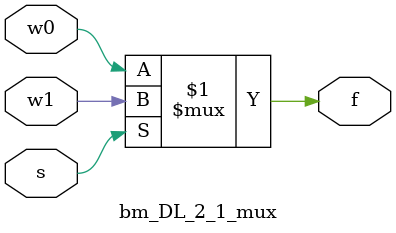
<source format=v>
/* pg 322 2 to 1 multiplexer */

module bm_DL_2_1_mux  (w0, w1, s, f);
	input w0, w1, s;
	output f;
	
	assign f = s ? w1 : w0;
		
endmodule

</source>
